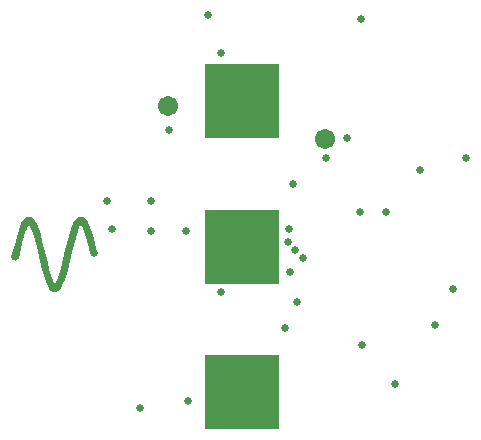
<source format=gbs>
%FSLAX44Y44*%
%MOMM*%
G71*
G01*
G75*
G04 Layer_Color=16711935*
%ADD10R,0.6000X0.5000*%
%ADD11R,0.5000X0.6000*%
%ADD12R,0.5000X0.5000*%
%ADD13R,1.4000X1.2000*%
%ADD14R,0.2500X0.5000*%
%ADD15C,1.5000*%
%ADD16R,0.2500X0.4000*%
%ADD17R,0.4000X0.2500*%
%ADD18R,3.2000X3.2000*%
%ADD19R,0.5590X1.1940*%
%ADD20R,0.9000X1.3000*%
%ADD21R,0.6000X1.2000*%
%ADD22R,0.6000X2.0000*%
%ADD23C,4.0000*%
%ADD24C,0.2000*%
%ADD25C,0.1500*%
%ADD26C,0.3000*%
%ADD27C,0.5000*%
%ADD28C,0.4500*%
%ADD29R,6.0700X6.0700*%
%ADD30C,0.2540*%
%ADD31C,0.0508*%
%ADD32C,0.1000*%
%ADD33R,0.8032X0.7032*%
%ADD34R,0.7032X0.8032*%
%ADD35R,0.7032X0.7032*%
%ADD36R,1.6032X1.4032*%
%ADD37R,0.4532X0.7032*%
%ADD38C,1.7032*%
%ADD39R,0.3516X0.5016*%
%ADD40R,0.5016X0.3516*%
%ADD41R,3.3016X3.3016*%
%ADD42R,0.7622X1.3972*%
%ADD43R,1.1032X1.5032*%
%ADD44R,0.7016X1.3016*%
%ADD45R,0.8032X2.2032*%
%ADD46C,4.2032*%
%ADD47C,0.7032*%
%ADD48C,0.5032*%
%ADD49C,0.6532*%
%ADD50R,6.2732X6.2732*%
G36*
X-141181Y18813D02*
X-141145Y18813D01*
X-141115Y18809D01*
X-141084Y18807D01*
X-141049Y18800D01*
X-141013Y18795D01*
X-140984Y18787D01*
X-140954Y18781D01*
X-140919Y18769D01*
X-140885Y18760D01*
X-140857Y18748D01*
X-140828Y18738D01*
X-140795Y18722D01*
X-140762Y18708D01*
X-140163Y18409D01*
X-140161Y18408D01*
X-140123Y18389D01*
X-140084Y18372D01*
X-140063Y18360D01*
X-140041Y18349D01*
X-140006Y18326D01*
X-139970Y18304D01*
X-139951Y18289D01*
X-139931Y18275D01*
X-139899Y18247D01*
X-139866Y18221D01*
X-139121Y17544D01*
X-139110Y17537D01*
X-139094Y17524D01*
X-139077Y17513D01*
X-139043Y17483D01*
X-139007Y17454D01*
X-138993Y17439D01*
X-138977Y17425D01*
X-138947Y17391D01*
X-138915Y17357D01*
X-138324Y16647D01*
X-138300Y16623D01*
X-138285Y16603D01*
X-138269Y16585D01*
X-138246Y16550D01*
X-138221Y16516D01*
X-137283Y15060D01*
X-137271Y15038D01*
X-137257Y15018D01*
X-137239Y14981D01*
X-137219Y14944D01*
X-137210Y14921D01*
X-137198Y14899D01*
X-137185Y14859D01*
X-137181Y14849D01*
X-135792Y11947D01*
X-135770Y11894D01*
X-135748Y11841D01*
X-133692Y5904D01*
X-133685Y5876D01*
X-133675Y5848D01*
X-132003Y-61D01*
X-132002Y-68D01*
X-132000Y-75D01*
X-131988Y-133D01*
X-131983Y-155D01*
X-129259Y-11076D01*
X-129259Y-11078D01*
X-129258Y-11079D01*
X-129247Y-11143D01*
X-129235Y-11207D01*
X-129235Y-11209D01*
X-129235Y-11211D01*
X-129232Y-11271D01*
X-129229Y-11340D01*
X-129229Y-11342D01*
X-129229Y-11344D01*
X-129234Y-11405D01*
X-129240Y-11473D01*
X-129240Y-11475D01*
X-129241Y-11476D01*
X-129255Y-11541D01*
X-129268Y-11603D01*
X-129269Y-11605D01*
X-129269Y-11606D01*
X-129291Y-11668D01*
X-129313Y-11729D01*
X-129314Y-11730D01*
X-129315Y-11732D01*
X-129344Y-11788D01*
X-129374Y-11847D01*
X-129375Y-11848D01*
X-129376Y-11850D01*
X-130054Y-12969D01*
X-130055Y-12971D01*
X-130056Y-12973D01*
X-130094Y-13027D01*
X-130130Y-13079D01*
X-130131Y-13080D01*
X-130132Y-13082D01*
X-130174Y-13127D01*
X-130220Y-13177D01*
X-130221Y-13178D01*
X-130223Y-13180D01*
X-130269Y-13219D01*
X-130322Y-13263D01*
X-130323Y-13264D01*
X-130325Y-13265D01*
X-130378Y-13298D01*
X-130434Y-13334D01*
X-130436Y-13335D01*
X-130437Y-13336D01*
X-130494Y-13363D01*
X-130555Y-13391D01*
X-130556Y-13391D01*
X-130558Y-13392D01*
X-130620Y-13412D01*
X-130681Y-13431D01*
X-130683Y-13431D01*
X-130685Y-13432D01*
X-132473Y-13864D01*
X-132474Y-13865D01*
X-132474Y-13865D01*
X-132540Y-13876D01*
X-132604Y-13887D01*
X-132605Y-13887D01*
X-132606Y-13887D01*
X-132666Y-13890D01*
X-132737Y-13893D01*
X-132738Y-13893D01*
X-132739Y-13893D01*
X-132794Y-13888D01*
X-132870Y-13881D01*
X-132871Y-13880D01*
X-132871Y-13880D01*
X-132926Y-13868D01*
X-133000Y-13851D01*
X-133001Y-13851D01*
X-133001Y-13851D01*
X-133056Y-13831D01*
X-133125Y-13806D01*
X-133126Y-13805D01*
X-133126Y-13805D01*
X-133178Y-13778D01*
X-133243Y-13744D01*
X-133244Y-13743D01*
X-133244Y-13743D01*
X-134748Y-12822D01*
X-134857Y-12745D01*
X-134955Y-12655D01*
X-135040Y-12552D01*
X-135066Y-12511D01*
X-135111Y-12440D01*
X-135167Y-12319D01*
X-135206Y-12192D01*
X-135206Y-12191D01*
X-136337Y-7486D01*
X-137831Y-1637D01*
X-139450Y4104D01*
X-140353Y6913D01*
X-141352Y9587D01*
X-141916Y10861D01*
X-142445Y11898D01*
X-142445Y11898D01*
X-142445Y11898D01*
X-142495Y11995D01*
X-142965Y12730D01*
X-142970Y12722D01*
X-142970Y12722D01*
X-142971Y12722D01*
X-142973Y12718D01*
X-142973Y12718D01*
X-143314Y12258D01*
X-144733Y9249D01*
X-145726Y6542D01*
X-147441Y870D01*
X-150432Y-10843D01*
X-154087Y-25666D01*
X-154095Y-25690D01*
X-154100Y-25715D01*
X-156754Y-34560D01*
X-156763Y-34605D01*
X-156764Y-34609D01*
X-156764Y-34612D01*
X-156784Y-34671D01*
X-156804Y-34731D01*
X-158592Y-39141D01*
X-158617Y-39192D01*
X-158641Y-39244D01*
X-159419Y-40678D01*
X-159424Y-40692D01*
X-159445Y-40736D01*
X-159465Y-40780D01*
X-159474Y-40795D01*
X-159482Y-40812D01*
X-159509Y-40852D01*
X-159535Y-40893D01*
X-160540Y-42305D01*
X-160548Y-42322D01*
X-160549Y-42323D01*
X-160549Y-42324D01*
X-160586Y-42379D01*
X-160622Y-42433D01*
X-160623Y-42433D01*
X-160623Y-42434D01*
X-160668Y-42485D01*
X-160709Y-42533D01*
X-161416Y-43243D01*
X-161438Y-43262D01*
X-161459Y-43283D01*
X-161488Y-43306D01*
X-161516Y-43331D01*
X-161540Y-43347D01*
X-161563Y-43365D01*
X-162574Y-44055D01*
X-162579Y-44059D01*
X-162623Y-44089D01*
X-162667Y-44120D01*
X-162679Y-44126D01*
X-162689Y-44133D01*
X-162737Y-44156D01*
X-162785Y-44181D01*
X-162797Y-44186D01*
X-162809Y-44192D01*
X-162859Y-44209D01*
X-162910Y-44227D01*
X-164337Y-44647D01*
X-164392Y-44660D01*
X-164447Y-44673D01*
X-164457Y-44674D01*
X-164467Y-44676D01*
X-164522Y-44681D01*
X-164579Y-44688D01*
X-164597Y-44689D01*
X-164611Y-44688D01*
X-164624Y-44689D01*
X-164677Y-44687D01*
X-164730Y-44686D01*
X-164744Y-44684D01*
X-164757Y-44683D01*
X-165130Y-44641D01*
X-165132Y-44640D01*
X-165135Y-44640D01*
X-166301Y-44502D01*
X-166308Y-44501D01*
X-166314Y-44500D01*
X-166358Y-44491D01*
X-166402Y-44485D01*
X-166416Y-44480D01*
X-166432Y-44477D01*
X-166438Y-44475D01*
X-166444Y-44474D01*
X-166487Y-44460D01*
X-166529Y-44447D01*
X-166544Y-44441D01*
X-166559Y-44436D01*
X-166564Y-44433D01*
X-166571Y-44431D01*
X-166611Y-44411D01*
X-166651Y-44394D01*
X-167771Y-43810D01*
X-167778Y-43806D01*
X-167786Y-43803D01*
X-167835Y-43772D01*
X-167885Y-43741D01*
X-167892Y-43736D01*
X-167898Y-43732D01*
X-167943Y-43695D01*
X-167989Y-43658D01*
X-167995Y-43652D01*
X-168001Y-43647D01*
X-168797Y-42894D01*
X-168835Y-42870D01*
X-168846Y-42860D01*
X-168858Y-42853D01*
X-168897Y-42818D01*
X-168938Y-42785D01*
X-168947Y-42774D01*
X-168958Y-42765D01*
X-168993Y-42726D01*
X-169028Y-42687D01*
X-169769Y-41776D01*
X-169778Y-41764D01*
X-169788Y-41752D01*
X-170207Y-41204D01*
X-170210Y-41199D01*
X-170214Y-41195D01*
X-170247Y-41143D01*
X-170280Y-41093D01*
X-170283Y-41088D01*
X-170286Y-41083D01*
X-171082Y-39660D01*
X-171085Y-39657D01*
X-171090Y-39649D01*
X-171096Y-39642D01*
X-171128Y-39595D01*
X-171161Y-39548D01*
X-171165Y-39539D01*
X-171170Y-39531D01*
X-171196Y-39480D01*
X-171222Y-39429D01*
X-172474Y-36559D01*
X-172477Y-36550D01*
X-172481Y-36542D01*
X-172500Y-36487D01*
X-172519Y-36434D01*
X-172521Y-36425D01*
X-172524Y-36416D01*
X-172531Y-36379D01*
X-174491Y-30524D01*
X-174499Y-30493D01*
X-174510Y-30463D01*
X-175779Y-25688D01*
X-175780Y-25687D01*
X-175780Y-25685D01*
X-177616Y-18696D01*
X-177628Y-18670D01*
X-177633Y-18652D01*
X-177640Y-18635D01*
X-177653Y-18589D01*
X-177667Y-18543D01*
X-180531Y-6733D01*
X-183694Y4855D01*
X-185643Y10276D01*
X-186828Y12550D01*
X-186972Y12747D01*
X-186980Y12737D01*
X-186980Y12737D01*
X-186980Y12736D01*
X-187336Y12231D01*
X-187903Y11120D01*
X-188998Y8558D01*
X-189972Y5810D01*
X-191257Y1551D01*
X-192420Y-2797D01*
X-195751Y-16330D01*
X-195780Y-16422D01*
X-195791Y-16456D01*
X-195791Y-16456D01*
X-195791Y-16457D01*
X-195819Y-16516D01*
X-195847Y-16577D01*
X-195847Y-16577D01*
X-195847Y-16577D01*
X-195912Y-16679D01*
X-195919Y-16689D01*
D01*
X-195919Y-16689D01*
X-195981Y-16763D01*
X-196004Y-16791D01*
X-196005Y-16791D01*
X-196005Y-16791D01*
X-196075Y-16856D01*
X-196103Y-16881D01*
X-196103Y-16881D01*
X-196103Y-16881D01*
X-196168Y-16927D01*
X-196212Y-16957D01*
X-197726Y-17874D01*
X-197728Y-17875D01*
X-197729Y-17876D01*
X-197787Y-17906D01*
X-197844Y-17936D01*
X-197846Y-17936D01*
X-197847Y-17937D01*
X-197904Y-17957D01*
X-197970Y-17981D01*
X-197971Y-17981D01*
X-197973Y-17982D01*
X-198032Y-17995D01*
X-198100Y-18010D01*
X-198101Y-18010D01*
X-198103Y-18010D01*
X-198169Y-18016D01*
X-198232Y-18021D01*
X-198234Y-18021D01*
X-198236Y-18021D01*
X-198302Y-18018D01*
X-198365Y-18015D01*
X-198367Y-18015D01*
X-198369Y-18015D01*
X-198429Y-18004D01*
X-198496Y-17992D01*
X-198498Y-17991D01*
X-198500Y-17991D01*
X-200381Y-17522D01*
X-200383Y-17522D01*
X-200385Y-17521D01*
X-200449Y-17500D01*
X-200508Y-17482D01*
X-200510Y-17481D01*
X-200512Y-17480D01*
X-200570Y-17452D01*
X-200628Y-17425D01*
X-200630Y-17424D01*
X-200632Y-17423D01*
X-200686Y-17388D01*
X-200740Y-17353D01*
X-200742Y-17352D01*
X-200744Y-17350D01*
X-200795Y-17307D01*
X-200842Y-17267D01*
X-200843Y-17265D01*
X-200845Y-17264D01*
X-200889Y-17215D01*
X-200931Y-17168D01*
X-200933Y-17167D01*
X-200934Y-17165D01*
X-200971Y-17111D01*
X-201007Y-17059D01*
X-201008Y-17057D01*
X-201010Y-17055D01*
X-201591Y-16079D01*
X-201620Y-16022D01*
X-201648Y-15967D01*
X-201650Y-15963D01*
X-201651Y-15960D01*
X-201673Y-15900D01*
X-201694Y-15842D01*
X-201695Y-15838D01*
X-201696Y-15834D01*
X-201709Y-15771D01*
X-201723Y-15712D01*
X-201723Y-15708D01*
X-201724Y-15704D01*
X-201729Y-15642D01*
X-201734Y-15579D01*
X-201734Y-15575D01*
X-201734Y-15571D01*
X-201731Y-15509D01*
X-201728Y-15446D01*
X-201727Y-15442D01*
X-201727Y-15438D01*
X-201716Y-15376D01*
X-201705Y-15315D01*
X-198264Y-1299D01*
X-198258Y-1281D01*
X-198254Y-1262D01*
X-195717Y7646D01*
X-195707Y7674D01*
X-195698Y7703D01*
X-194660Y10668D01*
X-194648Y10696D01*
X-194638Y10725D01*
X-193428Y13615D01*
X-193428Y13615D01*
X-193428Y13615D01*
X-193426Y13619D01*
X-193398Y13676D01*
X-193369Y13735D01*
X-193368Y13736D01*
X-193367Y13738D01*
X-193329Y13793D01*
X-193295Y13845D01*
X-193293Y13847D01*
X-193292Y13849D01*
X-193292Y13849D01*
X-192580Y15204D01*
X-192579Y15205D01*
X-192572Y15226D01*
X-192552Y15266D01*
X-192534Y15308D01*
X-192523Y15326D01*
X-192513Y15345D01*
X-192488Y15383D01*
X-192465Y15421D01*
X-191510Y16782D01*
X-191501Y16801D01*
X-191500Y16802D01*
X-191481Y16841D01*
X-191476Y16849D01*
X-191472Y16858D01*
X-191441Y16905D01*
X-191410Y16954D01*
X-191403Y16961D01*
X-191398Y16969D01*
X-191361Y17011D01*
X-191324Y17055D01*
X-190640Y17766D01*
X-190621Y17783D01*
X-190603Y17802D01*
X-190572Y17828D01*
X-190542Y17855D01*
X-190520Y17870D01*
X-190500Y17886D01*
X-190461Y17915D01*
X-190460Y17915D01*
X-190460Y17915D01*
X-190447Y17925D01*
X-190436Y17931D01*
X-190427Y17939D01*
X-189436Y18614D01*
X-189412Y18628D01*
X-189390Y18643D01*
X-189355Y18661D01*
X-189321Y18681D01*
X-189296Y18692D01*
X-189272Y18705D01*
X-189235Y18718D01*
X-189199Y18733D01*
X-189172Y18741D01*
X-189146Y18750D01*
X-189108Y18758D01*
X-189070Y18769D01*
X-189043Y18773D01*
X-189016Y18779D01*
X-188977Y18782D01*
X-188939Y18787D01*
X-188911Y18788D01*
X-188883Y18790D01*
X-187624Y18815D01*
X-187614Y18815D01*
X-187603Y18816D01*
X-185209D01*
X-185182Y18814D01*
X-185154Y18814D01*
X-185115Y18809D01*
X-185076Y18807D01*
X-185049Y18802D01*
X-185022Y18798D01*
X-184984Y18789D01*
X-184945Y18781D01*
X-184919Y18772D01*
X-184893Y18765D01*
X-184857Y18751D01*
X-184819Y18738D01*
X-184795Y18726D01*
X-184769Y18716D01*
X-184296Y18490D01*
X-184267Y18482D01*
X-184237Y18469D01*
X-184206Y18459D01*
X-184176Y18444D01*
X-184144Y18431D01*
X-184116Y18414D01*
X-184087Y18400D01*
X-184059Y18381D01*
X-184029Y18364D01*
X-184003Y18344D01*
X-183976Y18326D01*
X-183951Y18304D01*
X-183924Y18283D01*
X-183099Y17558D01*
X-183097Y17556D01*
X-183094Y17554D01*
X-183079Y17541D01*
X-183059Y17520D01*
X-183037Y17501D01*
X-183012Y17473D01*
X-182986Y17446D01*
X-182969Y17423D01*
X-182949Y17401D01*
X-181793Y15896D01*
X-181780Y15876D01*
X-181765Y15857D01*
X-181743Y15821D01*
X-181719Y15785D01*
X-181708Y15764D01*
X-181696Y15743D01*
X-180153Y12761D01*
X-180125Y12696D01*
X-180101Y12641D01*
X-180100Y12639D01*
X-180100Y12639D01*
Y12639D01*
X-177945Y6707D01*
X-177933Y6667D01*
X-177919Y6626D01*
X-174694Y-5258D01*
X-174692Y-5270D01*
X-174688Y-5282D01*
X-171793Y-17113D01*
X-168730Y-28759D01*
X-166873Y-34306D01*
X-165763Y-36822D01*
X-165179Y-37872D01*
X-164976Y-38138D01*
X-164657Y-37669D01*
X-164068Y-36586D01*
X-162502Y-32657D01*
X-159929Y-24131D01*
X-156302Y-9422D01*
X-156301Y-9418D01*
X-156300Y-9413D01*
X-153253Y2469D01*
X-153246Y2490D01*
X-153241Y2512D01*
X-151439Y8452D01*
X-151434Y8464D01*
X-151431Y8478D01*
X-151431Y8478D01*
X-151426Y8490D01*
X-151422Y8503D01*
X-150380Y11381D01*
X-150375Y11406D01*
X-150366Y11433D01*
X-150359Y11460D01*
X-150345Y11495D01*
X-150332Y11532D01*
X-150320Y11557D01*
X-150309Y11583D01*
X-148573Y15201D01*
X-148565Y15220D01*
X-148554Y15253D01*
X-148540Y15282D01*
X-148527Y15312D01*
X-148510Y15342D01*
X-148495Y15373D01*
X-148477Y15399D01*
X-148461Y15427D01*
X-147732Y16523D01*
X-147726Y16532D01*
X-147720Y16541D01*
X-147685Y16585D01*
X-147651Y16629D01*
X-147644Y16637D01*
X-147637Y16645D01*
X-147409Y16896D01*
X-147407Y16898D01*
X-147405Y16900D01*
X-146599Y17776D01*
X-146584Y17790D01*
X-146570Y17807D01*
X-146536Y17837D01*
X-146503Y17867D01*
X-146488Y17878D01*
X-146479Y17886D01*
X-146469Y17895D01*
X-146468Y17896D01*
X-146430Y17929D01*
X-146419Y17936D01*
X-146409Y17944D01*
X-146312Y18015D01*
X-146285Y18032D01*
X-146259Y18051D01*
X-145308Y18656D01*
X-145288Y18667D01*
X-145270Y18679D01*
X-145230Y18699D01*
X-145191Y18720D01*
X-145171Y18728D01*
X-145151Y18738D01*
X-145108Y18753D01*
X-145067Y18769D01*
X-145046Y18774D01*
X-145025Y18781D01*
X-144981Y18790D01*
X-144938Y18800D01*
X-144916Y18803D01*
X-144894Y18807D01*
X-144850Y18810D01*
X-144805Y18815D01*
X-144783Y18814D01*
X-144761Y18816D01*
X-141217D01*
X-141181Y18813D01*
D02*
G37*
D38*
X64000Y84500D02*
D03*
X-69000Y113000D02*
D03*
D49*
X-132000Y-12000D02*
D03*
X40250Y-53000D02*
D03*
X34500Y-28000D02*
D03*
X95250Y-89750D02*
D03*
X-52250Y-137000D02*
D03*
X29500Y-74750D02*
D03*
X500Y-10500D02*
D03*
X12250D02*
D03*
Y750D02*
D03*
X-11500Y-9750D02*
D03*
X0Y0D02*
D03*
X-92750Y-142500D02*
D03*
X-68250Y92250D02*
D03*
X-54000Y6750D02*
D03*
X93000Y23250D02*
D03*
X-35000Y190250D02*
D03*
X172250Y-42000D02*
D03*
X44750Y-16250D02*
D03*
X38000Y-9000D02*
D03*
X33250Y8500D02*
D03*
X32500Y-2500D02*
D03*
X-11750Y12000D02*
D03*
X0D02*
D03*
X11500D02*
D03*
X-11500Y1500D02*
D03*
X-83500Y32500D02*
D03*
X-120500D02*
D03*
X-116750Y8750D02*
D03*
X-84000Y6750D02*
D03*
X144350Y58230D02*
D03*
X183000Y68750D02*
D03*
X-24250Y157250D02*
D03*
X82500Y85750D02*
D03*
X36250Y46750D02*
D03*
X123250Y-122500D02*
D03*
X157000Y-72500D02*
D03*
X94125Y186625D02*
D03*
X115500Y23250D02*
D03*
X64500Y69000D02*
D03*
X-24000Y-45000D02*
D03*
D50*
X-6750Y-129750D02*
D03*
Y116850D02*
D03*
Y-6450D02*
D03*
M02*

</source>
